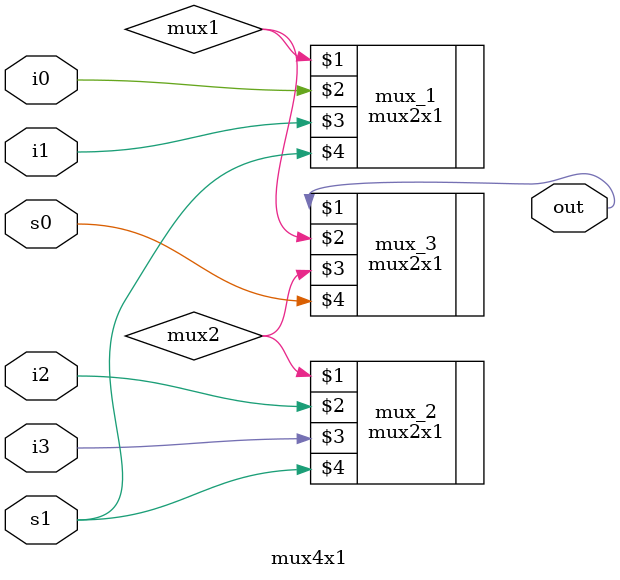
<source format=v>
`timescale 1ns / 1ps


module mux4x1(out, i0, i1, i2, i3, s1, s0);
input i0, i1, i2, i3, s1, s0;
output out;
wire mux1, mux2;
mux2x1 mux_1(mux1, i0, i1, s1);
mux2x1 mux_2(mux2, i2, i3, s1);
mux2x1 mux_3(out, mux1, mux2, s0);
endmodule

</source>
